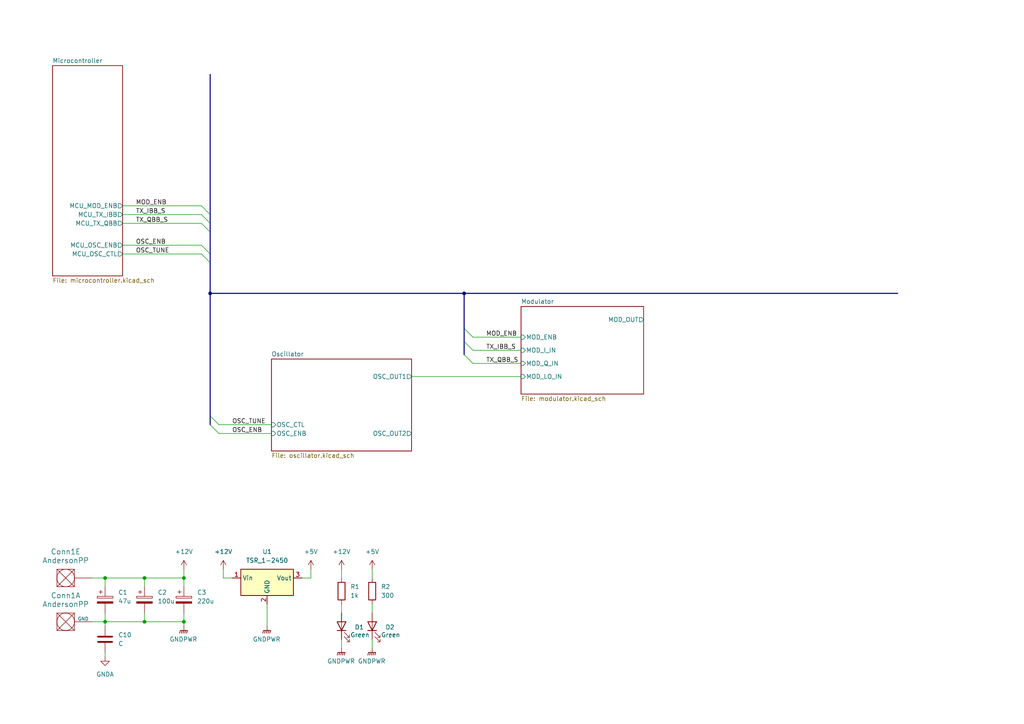
<source format=kicad_sch>
(kicad_sch (version 20230121) (generator eeschema)
  (paper "A4")
  (title_block (title "900MHz Radio Hardware") (rev "1") (company "Mars Rover Design Team"))
  (lib_symbols
    (symbol "Device:C" (pin_numbers hide) (pin_names (offset 0.254))
      (property "Reference" "C" (at 0.635 2.54 0))
      (property "Value" "C" (at 0.635 -2.54 0))
      (symbol "C_0_1"
        (polyline (pts (xy -2.032 -0.762) (xy 2.032 -0.762)) (stroke (width 0.508)))
        (polyline (pts (xy -2.032 0.762) (xy 2.032 0.762)) (stroke (width 0.508)))
      )
      (symbol "C_1_1"
        (pin passive line (at 0 3.81 270) (length 2.794) (name "~") (number "1"))
        (pin passive line (at 0 -3.81 90) (length 2.794) (name "~") (number "2"))
      )
    )
    (symbol "Device:C_Polarized" (pin_numbers hide) (pin_names (offset 0.254))
      (property "Reference" "C" (at 0.635 2.54 0))
      (property "Value" "C_Polarized" (at 0.635 -2.54 0))
      (symbol "C_Polarized_0_1"
        (rectangle (start -2.286 0.508) (end 2.286 1.016))
        (polyline (pts (xy -1.778 2.286) (xy -0.762 2.286)))
        (polyline (pts (xy -1.27 2.794) (xy -1.27 1.778)))
        (rectangle (start 2.286 -0.508) (end -2.286 -1.016) (fill (type outline)))
      )
      (symbol "C_Polarized_1_1"
        (pin passive line (at 0 3.81 270) (length 2.794) (name "~") (number "1"))
        (pin passive line (at 0 -3.81 90) (length 2.794) (name "~") (number "2"))
      )
    )
    (symbol "Device:LED" (pin_numbers hide) (pin_names (offset 1.016) hide)
      (property "Reference" "D" (at 0 2.54 0))
      (property "Value" "LED" (at 0 -2.54 0))
      (symbol "LED_0_1"
        (polyline (pts (xy -1.27 -1.27) (xy -1.27 1.27)) (stroke (width 0.254)))
        (polyline (pts (xy -1.27 0) (xy 1.27 0)))
        (polyline (pts (xy 1.27 -1.27) (xy 1.27 1.27) (xy -1.27 0) (xy 1.27 -1.27)) (stroke (width 0.254)))
        (polyline (pts (xy -3.048 -0.762) (xy -4.572 -2.286) (xy -3.81 -2.286) (xy -4.572 -2.286) (xy -4.572 -1.524)))
        (polyline (pts (xy -1.778 -0.762) (xy -3.302 -2.286) (xy -2.54 -2.286) (xy -3.302 -2.286) (xy -3.302 -1.524)))
      )
      (symbol "LED_1_1"
        (pin passive line (at -3.81 0 0) (length 2.54) (name "K") (number "1"))
        (pin passive line (at 3.81 0 180) (length 2.54) (name "A") (number "2"))
      )
    )
    (symbol "Device:R" (pin_numbers hide) (pin_names (offset 0))
      (property "Reference" "R" (at 2.032 0 90))
      (property "Value" "R" (at 0 0 90))
      (symbol "R_0_1"
        (rectangle (start -1.016 -2.54) (end 1.016 2.54) (stroke (width 0.254)))
      )
      (symbol "R_1_1"
        (pin passive line (at 0 3.81 270) (length 1.27) (name "~") (number "1"))
        (pin passive line (at 0 -3.81 90) (length 1.27) (name "~") (number "2"))
      )
    )
    (symbol "MRDT_Connectors:AndersonPP" (pin_numbers hide) (pin_names (offset 0))
      (property "Reference" "Conn" (at 3.81 -1.27 0))
      (property "Value" "AndersonPP" (at 2.54 6.35 0))
      (symbol "AndersonPP_0_1"
        (polyline (pts (xy 0 5.08) (xy 5.08 0)))
        (polyline (pts (xy 5.08 5.08) (xy 0 0)))
        (rectangle (start 0 0) (end 5.08 5.08))
        (circle (center 2.54 2.54) (radius 2.54))
      )
      (symbol "AndersonPP_1_1"
        (pin input line (at 10.16 2.54 180) (length 5.08) (name "GND") (number "1"))
      )
      (symbol "AndersonPP_2_1"
        (pin input line (at 10.16 2.54 180) (length 5.08) (name "V+Log") (number "2"))
      )
      (symbol "AndersonPP_3_1"
        (pin input line (at 10.16 2.54 180) (length 5.08) (name "V+Act") (number "3"))
      )
      (symbol "AndersonPP_4_1"
        (pin input line (at 10.16 2.54 180) (length 5.08) (name "PV+") (number "4"))
      )
      (symbol "AndersonPP_5_1"
        (pin input line (at 10.16 2.54 180) (length 5.08) (name "~") (number "1"))
      )
    )
    (symbol "Regulator_Switching:TSR_1-2450"
      (property "Reference" "U" (at -7.62 6.35 0))
      (property "Value" "TSR_1-2450" (at -1.27 6.35 0))
      (symbol "TSR_1-2450_0_1"
        (rectangle (start -7.62 5.08) (end 7.62 -2.54) (stroke (width 0.254)) (fill (type background)))
      )
      (symbol "TSR_1-2450_1_1"
        (pin power_in line (at -10.16 2.54 0) (length 2.54) (name "Vin") (number "1"))
        (pin power_in line (at 0 -5.08 90) (length 2.54) (name "GND") (number "2"))
        (pin power_out line (at 10.16 2.54 180) (length 2.54) (name "Vout") (number "3"))
      )
    )
    (symbol "power:+12V" (power) (pin_names (offset 0))
      (property "Value" "+12V" (at 0 3.556 0))
      (symbol "+12V_0_1"
        (polyline (pts (xy -0.762 1.27) (xy 0 2.54)))
        (polyline (pts (xy 0 0) (xy 0 2.54)))
        (polyline (pts (xy 0 2.54) (xy 0.762 1.27)))
      )
      (symbol "+12V_1_1"
        (pin power_in line (at 0 0 90) (length 0) hide (name "+12V") (number "1"))
      )
    )
    (symbol "power:+5V" (power) (pin_names (offset 0))
      (property "Value" "+5V" (at 0 3.556 0))
      (symbol "+5V_0_1"
        (polyline (pts (xy -0.762 1.27) (xy 0 2.54)))
        (polyline (pts (xy 0 0) (xy 0 2.54)))
        (polyline (pts (xy 0 2.54) (xy 0.762 1.27)))
      )
      (symbol "+5V_1_1"
        (pin power_in line (at 0 0 90) (length 0) hide (name "+5V") (number "1"))
      )
    )
    (symbol "power:GNDA" (power) (pin_names (offset 0))
      (property "Value" "GNDA" (at 0 -3.81 0))
      (symbol "GNDA_0_1"
        (polyline (pts (xy 0 0) (xy 0 -1.27) (xy 1.27 -1.27) (xy 0 -2.54) (xy -1.27 -1.27) (xy 0 -1.27)))
      )
      (symbol "GNDA_1_1"
        (pin power_in line (at 0 0 270) (length 0) hide (name "GNDA") (number "1"))
      )
    )
    (symbol "power:GNDPWR" (power) (pin_names (offset 0))
      (property "Value" "GNDPWR" (at 0 -3.302 0))
      (symbol "GNDPWR_0_1"
        (polyline (pts (xy 0 -1.27) (xy 0 0)))
        (polyline (pts (xy -1.016 -1.27) (xy -1.27 -2.032) (xy -1.27 -2.032)) (stroke (width 0.2032)))
        (polyline (pts (xy -0.508 -1.27) (xy -0.762 -2.032) (xy -0.762 -2.032)) (stroke (width 0.2032)))
        (polyline (pts (xy 0 -1.27) (xy -0.254 -2.032) (xy -0.254 -2.032)) (stroke (width 0.2032)))
        (polyline (pts (xy 0.508 -1.27) (xy 0.254 -2.032) (xy 0.254 -2.032)) (stroke (width 0.2032)))
        (polyline (pts (xy 1.016 -1.27) (xy -1.016 -1.27) (xy -1.016 -1.27)) (stroke (width 0.2032)))
        (polyline (pts (xy 1.016 -1.27) (xy 0.762 -2.032) (xy 0.762 -2.032) (xy 0.762 -2.032)) (stroke (width 0.2032)))
      )
      (symbol "GNDPWR_1_1"
        (pin power_in line (at 0 0 270) (length 0) hide (name "GNDPWR") (number "1"))
      )
    )
  )
  (junction (at 30.48 180.34))
  (junction (at 60.96 85.09))
  (junction (at 41.91 180.34))
  (junction (at 41.91 167.64))
  (junction (at 134.62 85.09))
  (junction (at 53.34 167.64))
  (junction (at 30.48 167.64))
  (junction (at 53.34 180.34))
  (bus_entry (at 134.62 99.06) (size 2.54 2.54))
  (bus_entry (at 58.42 62.23) (size 2.54 2.54))
  (bus_entry (at 58.42 64.77) (size 2.54 2.54))
  (bus_entry (at 134.62 102.87) (size 2.54 2.54))
  (bus_entry (at 60.96 120.65) (size 2.54 2.54))
  (bus_entry (at 58.42 73.66) (size 2.54 2.54))
  (bus_entry (at 134.62 95.25) (size 2.54 2.54))
  (bus_entry (at 58.42 71.12) (size 2.54 2.54))
  (bus_entry (at 60.96 123.19) (size 2.54 2.54))
  (bus_entry (at 58.42 59.69) (size 2.54 2.54))
  (wire (pts (xy 26.67 167.64) (xy 30.48 167.64)))
  (wire (pts (xy 137.16 97.79) (xy 151.13 97.79)))
  (wire (pts (xy 99.06 185.42) (xy 99.06 187.96)))
  (wire (pts (xy 41.91 167.64) (xy 53.34 167.64)))
  (wire (pts (xy 30.48 177.8) (xy 30.48 180.34)))
  (bus (pts (xy 60.96 21.59) (xy 60.96 62.23)))
  (wire (pts (xy 35.56 64.77) (xy 58.42 64.77)))
  (wire (pts (xy 137.16 105.41) (xy 151.13 105.41)))
  (wire (pts (xy 90.17 165.1) (xy 90.17 167.64)))
  (wire (pts (xy 63.5 123.19) (xy 78.74 123.19)))
  (bus (pts (xy 60.96 62.23) (xy 60.96 64.77)))
  (bus (pts (xy 60.96 73.66) (xy 60.96 76.2)))
  (wire (pts (xy 107.95 185.42) (xy 107.95 187.96)))
  (wire (pts (xy 77.47 175.26) (xy 77.47 181.61)))
  (bus (pts (xy 60.96 64.77) (xy 60.96 67.31)))
  (wire (pts (xy 53.34 180.34) (xy 53.34 181.61)))
  (wire (pts (xy 64.77 167.64) (xy 67.31 167.64)))
  (wire (pts (xy 30.48 180.34) (xy 41.91 180.34)))
  (wire (pts (xy 53.34 167.64) (xy 53.34 170.18)))
  (wire (pts (xy 99.06 165.1) (xy 99.06 167.64)))
  (wire (pts (xy 99.06 175.26) (xy 99.06 177.8)))
  (wire (pts (xy 30.48 180.34) (xy 30.48 181.61)))
  (wire (pts (xy 107.95 175.26) (xy 107.95 177.8)))
  (wire (pts (xy 30.48 167.64) (xy 41.91 167.64)))
  (wire (pts (xy 90.17 167.64) (xy 87.63 167.64)))
  (wire (pts (xy 35.56 59.69) (xy 58.42 59.69)))
  (bus (pts (xy 60.96 85.09) (xy 134.62 85.09)))
  (wire (pts (xy 64.77 165.1) (xy 64.77 167.64)))
  (wire (pts (xy 63.5 125.73) (xy 78.74 125.73)))
  (wire (pts (xy 30.48 189.23) (xy 30.48 190.5)))
  (wire (pts (xy 53.34 165.1) (xy 53.34 167.64)))
  (wire (pts (xy 119.38 109.22) (xy 151.13 109.22)))
  (bus (pts (xy 134.62 99.06) (xy 134.62 102.87)))
  (bus (pts (xy 134.62 85.09) (xy 134.62 95.25)))
  (bus (pts (xy 60.96 85.09) (xy 60.96 120.65)))
  (bus (pts (xy 134.62 95.25) (xy 134.62 99.06)))
  (wire (pts (xy 35.56 73.66) (xy 58.42 73.66)))
  (wire (pts (xy 53.34 180.34) (xy 53.34 177.8)))
  (bus (pts (xy 60.96 120.65) (xy 60.96 123.19)))
  (wire (pts (xy 35.56 71.12) (xy 58.42 71.12)))
  (bus (pts (xy 134.62 85.09) (xy 260.35 85.09)))
  (bus (pts (xy 60.96 76.2) (xy 60.96 85.09)))
  (wire (pts (xy 35.56 62.23) (xy 58.42 62.23)))
  (wire (pts (xy 41.91 180.34) (xy 53.34 180.34)))
  (wire (pts (xy 107.95 165.1) (xy 107.95 167.64)))
  (wire (pts (xy 30.48 170.18) (xy 30.48 167.64)))
  (wire (pts (xy 41.91 177.8) (xy 41.91 180.34)))
  (wire (pts (xy 41.91 167.64) (xy 41.91 170.18)))
  (wire (pts (xy 137.16 101.6) (xy 151.13 101.6)))
  (wire (pts (xy 26.67 180.34) (xy 30.48 180.34)))
  (bus (pts (xy 60.96 67.31) (xy 60.96 73.66)))
  (label "MOD_ENB" (at 39.37 59.69 0))
  (label "OSC_ENB" (at 67.31 125.73 0))
  (label "TX_QBB_S" (at 140.97 105.41 0))
  (label "TX_IBB_S" (at 140.97 101.6 0))
  (label "TX_QBB_S" (at 39.37 64.77 0))
  (label "TX_IBB_S" (at 39.37 62.23 0))
  (label "OSC_ENB" (at 39.37 71.12 0))
  (label "OSC_TUNE" (at 39.37 73.66 0))
  (label "MOD_ENB" (at 140.97 97.79 0))
  (label "OSC_TUNE" (at 67.31 123.19 0))
  (symbol (lib_id "Device:C_Polarized") (at 41.91 173.99 0) (unit 1)
    (property "Reference" "C2" (at 45.72 171.831 0) (effects (justify left)))
    (property "Value" "100u" (at 45.72 174.371 0) (effects (justify left)))
  )
  (symbol (lib_id "MRDT_Connectors:AndersonPP") (at 16.51 182.88 0) (unit 1)
    (property "Reference" "Conn1" (at 19.05 172.72 0) (effects (font (size 1.524 1.524))))
    (property "Value" "AndersonPP" (at 19.05 175.26 0) (effects (font (size 1.524 1.524))))
  )
  (symbol (lib_id "power:+12V") (at 64.77 165.1 0) (unit 1)
    (property "Reference" "#PWR03" (effects hide))
    (property "Value" "+12V" (at 64.77 160.02 0))
  )
  (symbol (lib_id "power:GNDPWR") (at 77.47 181.61 0) (unit 1)
    (property "Reference" "#PWR05" (effects hide))
    (property "Value" "GNDPWR" (at 77.343 185.42 0))
  )
  (symbol (lib_id "power:+12V") (at 99.06 165.1 0) (unit 1)
    (property "Reference" "#PWR06" (effects hide))
    (property "Value" "+12V" (at 99.06 160.02 0))
  )
  (symbol (lib_id "power:+12V") (at 53.34 165.1 0) (unit 1)
    (property "Reference" "#PWR02" (effects hide))
    (property "Value" "+12V" (at 53.34 160.02 0))
  )
  (symbol (lib_id "power:GNDPWR") (at 99.06 187.96 0) (unit 1)
    (property "Reference" "#PWR08" (effects hide))
    (property "Value" "GNDPWR" (at 98.933 191.77 0))
  )
  (symbol (lib_id "Device:R") (at 107.95 171.45 0) (unit 1)
    (property "Reference" "R2" (at 110.49 170.18 0) (effects (justify left)))
    (property "Value" "300" (at 110.49 172.72 0) (effects (justify left)))
  )
  (symbol (lib_id "power:GNDA") (at 30.48 190.5 0) (unit 1)
    (property "Reference" "#PWR018" (effects hide))
    (property "Value" "GNDA" (at 30.48 195.58 0))
  )
  (symbol (lib_id "Regulator_Switching:TSR_1-2450") (at 77.47 170.18 0) (unit 1)
    (property "Reference" "U1" (at 77.47 160.02 0))
    (property "Value" "TSR_1-2450" (at 77.47 162.56 0))
    (property "Footprint" "Converter_DCDC:Converter_DCDC_TRACO_TSR-1_THT" (effects hide))
    (property "Datasheet" "http://www.tracopower.com/products/tsr1.pdf" (effects hide))
  )
  (symbol (lib_id "power:+5V") (at 90.17 165.1 0) (unit 1)
    (property "Reference" "#PWR04" (effects hide))
    (property "Value" "+5V" (at 90.17 160.02 0))
  )
  (symbol (lib_id "power:+5V") (at 107.95 165.1 0) (unit 1)
    (property "Reference" "#PWR07" (effects hide))
    (property "Value" "+5V" (at 107.95 160.02 0))
  )
  (symbol (lib_id "MRDT_Connectors:AndersonPP") (at 16.51 170.18 0) (unit 5)
    (property "Reference" "Conn1" (at 19.05 160.02 0) (effects (font (size 1.524 1.524))))
    (property "Value" "AndersonPP" (at 19.05 162.56 0) (effects (font (size 1.524 1.524))))
  )
  (symbol (lib_id "Device:R") (at 99.06 171.45 0) (unit 1)
    (property "Reference" "R1" (at 101.6 170.18 0) (effects (justify left)))
    (property "Value" "1k" (at 101.6 172.72 0) (effects (justify left)))
  )
  (symbol (lib_id "power:GNDPWR") (at 107.95 187.96 0) (unit 1)
    (property "Reference" "#PWR09" (effects hide))
    (property "Value" "GNDPWR" (at 107.823 191.77 0))
  )
  (symbol (lib_id "power:GNDPWR") (at 53.34 181.61 0) (unit 1)
    (property "Reference" "#PWR01" (effects hide))
    (property "Value" "GNDPWR" (at 53.213 185.42 0))
  )
  (symbol (lib_id "Device:C") (at 30.48 185.42 0) (unit 1)
    (property "Reference" "C10" (at 34.29 184.15 0) (effects (justify left)))
    (property "Value" "C" (at 34.29 186.69 0) (effects (justify left)))
  )
  (symbol (lib_id "Device:C_Polarized") (at 30.48 173.99 0) (unit 1)
    (property "Reference" "C1" (at 34.29 171.831 0) (effects (justify left)))
    (property "Value" "47u" (at 34.29 174.371 0) (effects (justify left)))
  )
  (symbol (lib_id "Device:LED") (at 99.06 181.61 90) (unit 1)
    (property "Reference" "D1" (at 102.87 181.9275 90) (effects (justify right)))
    (property "Value" "Green" (at 101.6 184.15 90) (effects (justify right)))
  )
  (symbol (lib_id "Device:LED") (at 107.95 181.61 90) (unit 1)
    (property "Reference" "D2" (at 111.76 181.9275 90) (effects (justify right)))
    (property "Value" "Green" (at 110.49 184.15 90) (effects (justify right)))
  )
  (symbol (lib_id "Device:C_Polarized") (at 53.34 173.99 0) (unit 1)
    (property "Reference" "C3" (at 57.15 171.831 0) (effects (justify left)))
    (property "Value" "220u" (at 57.15 174.371 0) (effects (justify left)))
  )
  (sheet (at 151.13 88.9) (size 35.56 25.4) (stroke (width 0.1524))
    (property "Sheetname" "Modulator" (at 151.13 88.1884 0) (effects (justify left bottom)))
    (property "Sheetfile" "modulator.kicad_sch" (at 151.13 114.8846 0) (effects (justify left top)))
    (pin "MOD_LO_IN" input (at 151.13 109.22 180))
    (pin "MOD_OUT" output (at 186.69 92.71 0))
    (pin "MOD_I_IN" input (at 151.13 101.6 180))
    (pin "MOD_Q_IN" input (at 151.13 105.41 180))
    (pin "MOD_ENB" input (at 151.13 97.79 180))
  )
  (sheet (at 78.74 104.14) (size 40.64 26.67) (stroke (width 0.1524))
    (property "Sheetname" "Oscillator" (at 78.74 103.4284 0) (effects (justify left bottom)))
    (property "Sheetfile" "oscillator.kicad_sch" (at 78.74 131.3946 0) (effects (justify left top)))
    (pin "OSC_OUT1" output (at 119.38 109.22 0))
    (pin "OSC_OUT2" output (at 119.38 125.73 0))
    (pin "OSC_CTL" input (at 78.74 123.19 180))
    (pin "OSC_ENB" input (at 78.74 125.73 180))
  )
  (sheet (at 15.24 19.05) (size 20.32 60.96) (stroke (width 0.1524))
    (property "Sheetname" "Microcontroller" (at 15.24 18.3384 0) (effects (justify left bottom)))
    (property "Sheetfile" "microcontroller.kicad_sch" (at 15.24 80.5946 0) (effects (justify left top)))
    (pin "MCU_OSC_CTL" output (at 35.56 73.66 0))
    (pin "MCU_OSC_ENB" output (at 35.56 71.12 0))
    (pin "MCU_TX_IBB" output (at 35.56 62.23 0))
    (pin "MCU_TX_QBB" output (at 35.56 64.77 0))
    (pin "MCU_MOD_ENB" output (at 35.56 59.69 0))
  )
)
</source>
